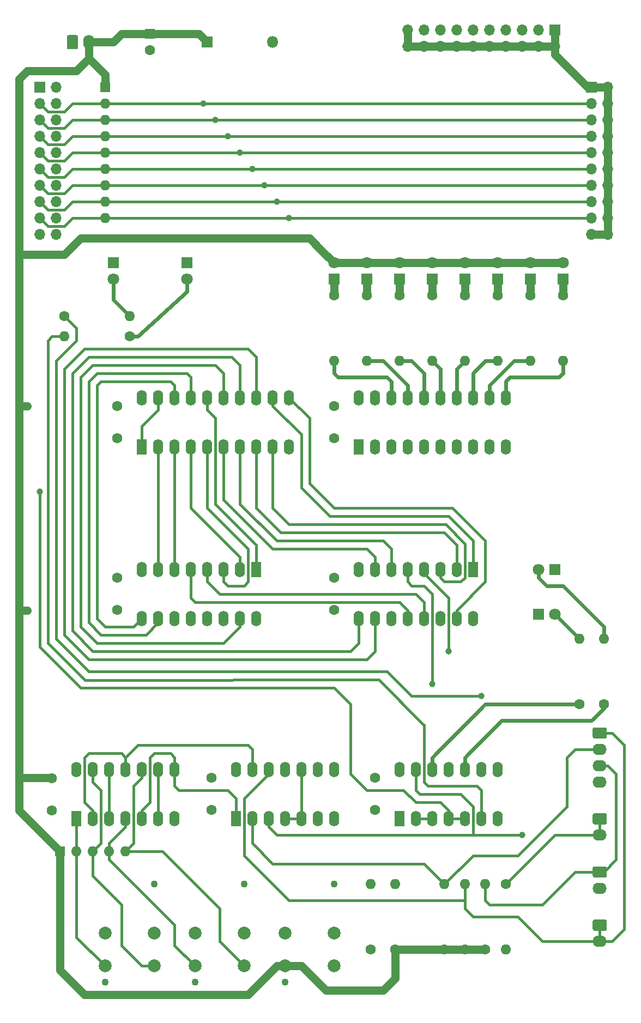
<source format=gbr>
G04 #@! TF.GenerationSoftware,KiCad,Pcbnew,(5.1.7)-1*
G04 #@! TF.CreationDate,2020-12-28T01:02:16+01:00*
G04 #@! TF.ProjectId,Akku,416b6b75-2e6b-4696-9361-645f70636258,rev?*
G04 #@! TF.SameCoordinates,Original*
G04 #@! TF.FileFunction,Copper,L1,Top*
G04 #@! TF.FilePolarity,Positive*
%FSLAX46Y46*%
G04 Gerber Fmt 4.6, Leading zero omitted, Abs format (unit mm)*
G04 Created by KiCad (PCBNEW (5.1.7)-1) date 2020-12-28 01:02:16*
%MOMM*%
%LPD*%
G01*
G04 APERTURE LIST*
G04 #@! TA.AperFunction,ComponentPad*
%ADD10O,1.600000X1.600000*%
G04 #@! TD*
G04 #@! TA.AperFunction,ComponentPad*
%ADD11R,1.600000X1.600000*%
G04 #@! TD*
G04 #@! TA.AperFunction,ComponentPad*
%ADD12O,2.190000X1.740000*%
G04 #@! TD*
G04 #@! TA.AperFunction,ComponentPad*
%ADD13O,1.800000X1.800000*%
G04 #@! TD*
G04 #@! TA.AperFunction,ComponentPad*
%ADD14R,1.800000X1.800000*%
G04 #@! TD*
G04 #@! TA.AperFunction,ComponentPad*
%ADD15C,1.600000*%
G04 #@! TD*
G04 #@! TA.AperFunction,ComponentPad*
%ADD16O,1.700000X1.700000*%
G04 #@! TD*
G04 #@! TA.AperFunction,ComponentPad*
%ADD17R,1.700000X1.700000*%
G04 #@! TD*
G04 #@! TA.AperFunction,ComponentPad*
%ADD18C,1.800000*%
G04 #@! TD*
G04 #@! TA.AperFunction,ComponentPad*
%ADD19O,1.740000X2.190000*%
G04 #@! TD*
G04 #@! TA.AperFunction,ComponentPad*
%ADD20C,2.000000*%
G04 #@! TD*
G04 #@! TA.AperFunction,ComponentPad*
%ADD21C,1.100000*%
G04 #@! TD*
G04 #@! TA.AperFunction,ComponentPad*
%ADD22O,1.600000X2.400000*%
G04 #@! TD*
G04 #@! TA.AperFunction,ComponentPad*
%ADD23R,1.600000X2.400000*%
G04 #@! TD*
G04 #@! TA.AperFunction,ViaPad*
%ADD24C,1.000000*%
G04 #@! TD*
G04 #@! TA.AperFunction,Conductor*
%ADD25C,1.250000*%
G04 #@! TD*
G04 #@! TA.AperFunction,Conductor*
%ADD26C,0.400000*%
G04 #@! TD*
G04 #@! TA.AperFunction,Conductor*
%ADD27C,0.600000*%
G04 #@! TD*
G04 APERTURE END LIST*
D10*
X62865000Y-81915000D03*
X62865000Y-79375000D03*
X62865000Y-76835000D03*
X62865000Y-74295000D03*
X62865000Y-71755000D03*
X62865000Y-69215000D03*
X62865000Y-66675000D03*
X62865000Y-64135000D03*
D11*
X62865000Y-61595000D03*
D12*
X139700000Y-186055000D03*
G04 #@! TA.AperFunction,ComponentPad*
G36*
G01*
X138854999Y-182645000D02*
X140545001Y-182645000D01*
G75*
G02*
X140795000Y-182894999I0J-249999D01*
G01*
X140795000Y-184135001D01*
G75*
G02*
X140545001Y-184385000I-249999J0D01*
G01*
X138854999Y-184385000D01*
G75*
G02*
X138605000Y-184135001I0J249999D01*
G01*
X138605000Y-182894999D01*
G75*
G02*
X138854999Y-182645000I249999J0D01*
G01*
G37*
G04 #@! TD.AperFunction*
X139700000Y-194310000D03*
G04 #@! TA.AperFunction,ComponentPad*
G36*
G01*
X138854999Y-190900000D02*
X140545001Y-190900000D01*
G75*
G02*
X140795000Y-191149999I0J-249999D01*
G01*
X140795000Y-192390001D01*
G75*
G02*
X140545001Y-192640000I-249999J0D01*
G01*
X138854999Y-192640000D01*
G75*
G02*
X138605000Y-192390001I0J249999D01*
G01*
X138605000Y-191149999D01*
G75*
G02*
X138854999Y-190900000I249999J0D01*
G01*
G37*
G04 #@! TD.AperFunction*
D13*
X88900000Y-54610000D03*
D14*
X78740000Y-54610000D03*
D15*
X104775000Y-168910000D03*
X104775000Y-173910000D03*
X54610000Y-168990000D03*
X54610000Y-173990000D03*
X64770000Y-111125000D03*
X64770000Y-116125000D03*
X98425000Y-137795000D03*
X98425000Y-142795000D03*
X64770000Y-142795000D03*
X64770000Y-137795000D03*
X98425000Y-111125000D03*
X98425000Y-116125000D03*
X69850000Y-55840000D03*
D11*
X69850000Y-53340000D03*
D15*
X79375000Y-168910000D03*
X79375000Y-173910000D03*
D16*
X55245000Y-84455000D03*
X52705000Y-84455000D03*
X55245000Y-81915000D03*
X52705000Y-81915000D03*
X55245000Y-79375000D03*
X52705000Y-79375000D03*
X55245000Y-76835000D03*
X52705000Y-76835000D03*
X55245000Y-74295000D03*
X52705000Y-74295000D03*
X55245000Y-71755000D03*
X52705000Y-71755000D03*
X55245000Y-69215000D03*
X52705000Y-69215000D03*
X55245000Y-66675000D03*
X52705000Y-66675000D03*
X55245000Y-64135000D03*
X52705000Y-64135000D03*
X55245000Y-61595000D03*
D17*
X52705000Y-61595000D03*
D16*
X109855000Y-55245000D03*
X109855000Y-52705000D03*
X112395000Y-55245000D03*
X112395000Y-52705000D03*
X114935000Y-55245000D03*
X114935000Y-52705000D03*
X117475000Y-55245000D03*
X117475000Y-52705000D03*
X120015000Y-55245000D03*
X120015000Y-52705000D03*
X122555000Y-55245000D03*
X122555000Y-52705000D03*
X125095000Y-55245000D03*
X125095000Y-52705000D03*
X127635000Y-55245000D03*
X127635000Y-52705000D03*
X130175000Y-55245000D03*
X130175000Y-52705000D03*
X132715000Y-55245000D03*
D17*
X132715000Y-52705000D03*
D16*
X140970000Y-84455000D03*
X138430000Y-84455000D03*
X140970000Y-81915000D03*
X138430000Y-81915000D03*
X140970000Y-79375000D03*
X138430000Y-79375000D03*
X140970000Y-76835000D03*
X138430000Y-76835000D03*
X140970000Y-74295000D03*
X138430000Y-74295000D03*
X140970000Y-71755000D03*
X138430000Y-71755000D03*
X140970000Y-69215000D03*
X138430000Y-69215000D03*
X140970000Y-66675000D03*
X138430000Y-66675000D03*
X140970000Y-64135000D03*
X138430000Y-64135000D03*
X140970000Y-61595000D03*
D17*
X138430000Y-61595000D03*
D10*
X133985000Y-104140000D03*
D15*
X133985000Y-93980000D03*
D10*
X128905000Y-104140000D03*
D15*
X128905000Y-93980000D03*
D10*
X123825000Y-104140000D03*
D15*
X123825000Y-93980000D03*
D10*
X118745000Y-104140000D03*
D15*
X118745000Y-93980000D03*
D10*
X113665000Y-104140000D03*
D15*
X113665000Y-93980000D03*
D10*
X108585000Y-104140000D03*
D15*
X108585000Y-93980000D03*
D10*
X103505000Y-104140000D03*
D15*
X103505000Y-93980000D03*
D10*
X66675000Y-97155000D03*
D15*
X56515000Y-97155000D03*
D10*
X98425000Y-104140000D03*
D15*
X98425000Y-93980000D03*
D10*
X125095000Y-195580000D03*
D15*
X125095000Y-185420000D03*
D10*
X140335000Y-147320000D03*
D15*
X140335000Y-157480000D03*
D10*
X136525000Y-147320000D03*
D15*
X136525000Y-157480000D03*
D10*
X56515000Y-100330000D03*
D15*
X66675000Y-100330000D03*
D10*
X104140000Y-185420000D03*
D15*
X104140000Y-195580000D03*
D10*
X107950000Y-185420000D03*
D15*
X107950000Y-195580000D03*
D18*
X133985000Y-88900000D03*
D14*
X133985000Y-91440000D03*
D18*
X128905000Y-88900000D03*
D14*
X128905000Y-91440000D03*
D18*
X123825000Y-88900000D03*
D14*
X123825000Y-91440000D03*
D18*
X118745000Y-88900000D03*
D14*
X118745000Y-91440000D03*
D18*
X113665000Y-88900000D03*
D14*
X113665000Y-91440000D03*
D18*
X64135000Y-91440000D03*
D14*
X64135000Y-88900000D03*
D18*
X108585000Y-88900000D03*
D14*
X108585000Y-91440000D03*
D18*
X103505000Y-88900000D03*
D14*
X103505000Y-91440000D03*
D18*
X98425000Y-88900000D03*
D14*
X98425000Y-91440000D03*
X132715000Y-136525000D03*
D18*
X130175000Y-136525000D03*
D14*
X130175000Y-143510000D03*
D18*
X132715000Y-143510000D03*
X75565000Y-91440000D03*
D14*
X75565000Y-88900000D03*
D12*
X139700000Y-177800000D03*
G04 #@! TA.AperFunction,ComponentPad*
G36*
G01*
X138854999Y-174390000D02*
X140545001Y-174390000D01*
G75*
G02*
X140795000Y-174639999I0J-249999D01*
G01*
X140795000Y-175880001D01*
G75*
G02*
X140545001Y-176130000I-249999J0D01*
G01*
X138854999Y-176130000D01*
G75*
G02*
X138605000Y-175880001I0J249999D01*
G01*
X138605000Y-174639999D01*
G75*
G02*
X138854999Y-174390000I249999J0D01*
G01*
G37*
G04 #@! TD.AperFunction*
X139700000Y-169545000D03*
X139700000Y-167005000D03*
X139700000Y-164465000D03*
G04 #@! TA.AperFunction,ComponentPad*
G36*
G01*
X138854999Y-161055000D02*
X140545001Y-161055000D01*
G75*
G02*
X140795000Y-161304999I0J-249999D01*
G01*
X140795000Y-162545001D01*
G75*
G02*
X140545001Y-162795000I-249999J0D01*
G01*
X138854999Y-162795000D01*
G75*
G02*
X138605000Y-162545001I0J249999D01*
G01*
X138605000Y-161304999D01*
G75*
G02*
X138854999Y-161055000I249999J0D01*
G01*
G37*
G04 #@! TD.AperFunction*
D19*
X60325000Y-54610000D03*
G04 #@! TA.AperFunction,ComponentPad*
G36*
G01*
X56915000Y-55455001D02*
X56915000Y-53764999D01*
G75*
G02*
X57164999Y-53515000I249999J0D01*
G01*
X58405001Y-53515000D01*
G75*
G02*
X58655000Y-53764999I0J-249999D01*
G01*
X58655000Y-55455001D01*
G75*
G02*
X58405001Y-55705000I-249999J0D01*
G01*
X57164999Y-55705000D01*
G75*
G02*
X56915000Y-55455001I0J249999D01*
G01*
G37*
G04 #@! TD.AperFunction*
D20*
X76835000Y-198120000D03*
X76835000Y-193040000D03*
X84455000Y-198120000D03*
D21*
X84455000Y-185420000D03*
X76835000Y-200660000D03*
D20*
X84455000Y-193040000D03*
X62865000Y-198120000D03*
X62865000Y-193040000D03*
X70485000Y-198120000D03*
D21*
X70485000Y-185420000D03*
X62865000Y-200660000D03*
D20*
X70485000Y-193040000D03*
X90805000Y-198120000D03*
X90805000Y-193040000D03*
X98425000Y-198120000D03*
D21*
X98425000Y-185420000D03*
X90805000Y-200660000D03*
D20*
X98425000Y-193040000D03*
D10*
X115570000Y-185420000D03*
D15*
X115570000Y-195580000D03*
D10*
X121920000Y-185420000D03*
D15*
X121920000Y-195580000D03*
D10*
X118745000Y-185420000D03*
D15*
X118745000Y-195580000D03*
D22*
X102235000Y-109855000D03*
X125095000Y-117475000D03*
X104775000Y-109855000D03*
X122555000Y-117475000D03*
X107315000Y-109855000D03*
X120015000Y-117475000D03*
X109855000Y-109855000D03*
X117475000Y-117475000D03*
X112395000Y-109855000D03*
X114935000Y-117475000D03*
X114935000Y-109855000D03*
X112395000Y-117475000D03*
X117475000Y-109855000D03*
X109855000Y-117475000D03*
X120015000Y-109855000D03*
X107315000Y-117475000D03*
X122555000Y-109855000D03*
X104775000Y-117475000D03*
X125095000Y-109855000D03*
D23*
X102235000Y-117475000D03*
X120015000Y-136525000D03*
D22*
X102235000Y-144145000D03*
X117475000Y-136525000D03*
X104775000Y-144145000D03*
X114935000Y-136525000D03*
X107315000Y-144145000D03*
X112395000Y-136525000D03*
X109855000Y-144145000D03*
X109855000Y-136525000D03*
X112395000Y-144145000D03*
X107315000Y-136525000D03*
X114935000Y-144145000D03*
X104775000Y-136525000D03*
X117475000Y-144145000D03*
X102235000Y-136525000D03*
X120015000Y-144145000D03*
X68580000Y-109855000D03*
X91440000Y-117475000D03*
X71120000Y-109855000D03*
X88900000Y-117475000D03*
X73660000Y-109855000D03*
X86360000Y-117475000D03*
X76200000Y-109855000D03*
X83820000Y-117475000D03*
X78740000Y-109855000D03*
X81280000Y-117475000D03*
X81280000Y-109855000D03*
X78740000Y-117475000D03*
X83820000Y-109855000D03*
X76200000Y-117475000D03*
X86360000Y-109855000D03*
X73660000Y-117475000D03*
X88900000Y-109855000D03*
X71120000Y-117475000D03*
X91440000Y-109855000D03*
D23*
X68580000Y-117475000D03*
D22*
X86360000Y-144145000D03*
X68580000Y-136525000D03*
X83820000Y-144145000D03*
X71120000Y-136525000D03*
X81280000Y-144145000D03*
X73660000Y-136525000D03*
X78740000Y-144145000D03*
X76200000Y-136525000D03*
X76200000Y-144145000D03*
X78740000Y-136525000D03*
X73660000Y-144145000D03*
X81280000Y-136525000D03*
X71120000Y-144145000D03*
X83820000Y-136525000D03*
X68580000Y-144145000D03*
D23*
X86360000Y-136525000D03*
D22*
X83185000Y-167640000D03*
X98425000Y-175260000D03*
X85725000Y-167640000D03*
X95885000Y-175260000D03*
X88265000Y-167640000D03*
X93345000Y-175260000D03*
X90805000Y-167640000D03*
X90805000Y-175260000D03*
X93345000Y-167640000D03*
X88265000Y-175260000D03*
X95885000Y-167640000D03*
X85725000Y-175260000D03*
X98425000Y-167640000D03*
D23*
X83185000Y-175260000D03*
D22*
X58420000Y-167640000D03*
X73660000Y-175260000D03*
X60960000Y-167640000D03*
X71120000Y-175260000D03*
X63500000Y-167640000D03*
X68580000Y-175260000D03*
X66040000Y-167640000D03*
X66040000Y-175260000D03*
X68580000Y-167640000D03*
X63500000Y-175260000D03*
X71120000Y-167640000D03*
X60960000Y-175260000D03*
X73660000Y-167640000D03*
D23*
X58420000Y-175260000D03*
D22*
X108585000Y-167640000D03*
X123825000Y-175260000D03*
X111125000Y-167640000D03*
X121285000Y-175260000D03*
X113665000Y-167640000D03*
X118745000Y-175260000D03*
X116205000Y-167640000D03*
X116205000Y-175260000D03*
X118745000Y-167640000D03*
X113665000Y-175260000D03*
X121285000Y-167640000D03*
X111125000Y-175260000D03*
X123825000Y-167640000D03*
D23*
X108585000Y-175260000D03*
D11*
X55880000Y-180340000D03*
D10*
X58420000Y-180340000D03*
X60960000Y-180340000D03*
X63500000Y-180340000D03*
X66040000Y-180340000D03*
D24*
X50800000Y-142875000D03*
X50800000Y-111125000D03*
X121285000Y-156210000D03*
X91440000Y-81915000D03*
X89535000Y-79375000D03*
X87630000Y-76835000D03*
X85725000Y-74295000D03*
X83820000Y-71755000D03*
X81915000Y-69215000D03*
X80010000Y-66675000D03*
X78105000Y-64135000D03*
X116205000Y-149225000D03*
X127635000Y-177800000D03*
X113665000Y-154305000D03*
X52705000Y-124460000D03*
D25*
X98425000Y-91440000D02*
X98425000Y-93980000D01*
X60325000Y-56955000D02*
X60325000Y-54610000D01*
X60325000Y-57150000D02*
X60325000Y-56955000D01*
X50800000Y-59055000D02*
X49530000Y-60325000D01*
X58420000Y-59055000D02*
X50800000Y-59055000D01*
X60325000Y-57150000D02*
X58420000Y-59055000D01*
X54530000Y-168910000D02*
X54610000Y-168990000D01*
X49530000Y-168910000D02*
X54530000Y-168910000D01*
X49530000Y-111125000D02*
X49530000Y-142875000D01*
X49530000Y-173990000D02*
X55880000Y-180340000D01*
X49530000Y-168910000D02*
X49530000Y-173990000D01*
X90805000Y-198120000D02*
X93345000Y-198120000D01*
X93345000Y-198120000D02*
X97155000Y-201930000D01*
X97155000Y-201930000D02*
X106045000Y-201930000D01*
X107950000Y-200025000D02*
X107950000Y-195580000D01*
X106045000Y-201930000D02*
X107950000Y-200025000D01*
X107950000Y-195580000D02*
X121920000Y-195580000D01*
X49530000Y-142875000D02*
X49530000Y-168910000D01*
D26*
X93345000Y-167640000D02*
X93345000Y-175260000D01*
X93345000Y-175260000D02*
X90805000Y-175260000D01*
D25*
X60325000Y-54610000D02*
X64135000Y-54610000D01*
X65405000Y-53340000D02*
X69850000Y-53340000D01*
X64135000Y-54610000D02*
X65405000Y-53340000D01*
X77470000Y-53340000D02*
X78740000Y-54610000D01*
X69850000Y-53340000D02*
X77470000Y-53340000D01*
X133985000Y-88900000D02*
X98425000Y-88900000D01*
X89535000Y-198120000D02*
X90805000Y-198120000D01*
X85090000Y-202565000D02*
X89535000Y-198120000D01*
X59690000Y-202565000D02*
X85090000Y-202565000D01*
X55880000Y-198755000D02*
X59690000Y-202565000D01*
X55880000Y-180340000D02*
X55880000Y-198755000D01*
X96520000Y-86995000D02*
X98425000Y-88900000D01*
X49530000Y-60325000D02*
X49530000Y-86995000D01*
X49530000Y-87630000D02*
X56515000Y-87630000D01*
X49530000Y-86995000D02*
X49530000Y-87630000D01*
X49530000Y-87630000D02*
X49530000Y-111125000D01*
X56515000Y-87630000D02*
X59055000Y-85090000D01*
X94615000Y-85090000D02*
X96520000Y-86995000D01*
X59055000Y-85090000D02*
X94615000Y-85090000D01*
X62865000Y-59690000D02*
X60325000Y-57150000D01*
X62865000Y-61595000D02*
X62865000Y-59690000D01*
X50800000Y-142875000D02*
X49530000Y-142875000D01*
X49530000Y-111125000D02*
X50800000Y-111125000D01*
X103505000Y-93980000D02*
X103505000Y-91440000D01*
X108585000Y-91440000D02*
X108585000Y-93980000D01*
X113665000Y-93980000D02*
X113665000Y-91440000D01*
X118745000Y-91440000D02*
X118745000Y-93980000D01*
X123825000Y-93980000D02*
X123825000Y-91440000D01*
X128905000Y-91440000D02*
X128905000Y-93980000D01*
X133985000Y-91440000D02*
X133985000Y-93980000D01*
X138430000Y-84455000D02*
X140970000Y-84455000D01*
X140970000Y-84455000D02*
X140970000Y-61595000D01*
X140970000Y-61595000D02*
X138430000Y-61595000D01*
X138430000Y-61595000D02*
X137795000Y-61595000D01*
X132715000Y-56515000D02*
X132715000Y-55245000D01*
X137795000Y-61595000D02*
X132715000Y-56515000D01*
X132715000Y-52705000D02*
X132715000Y-55245000D01*
X132715000Y-55245000D02*
X109855000Y-55245000D01*
X109855000Y-55245000D02*
X109855000Y-52705000D01*
D27*
X136525000Y-157480000D02*
X121920000Y-157480000D01*
X113665000Y-165735000D02*
X113665000Y-167640000D01*
X121920000Y-157480000D02*
X113665000Y-165735000D01*
X75565000Y-93345000D02*
X75565000Y-91440000D01*
X67945000Y-100330000D02*
X75565000Y-93345000D01*
X66675000Y-100330000D02*
X67945000Y-100330000D01*
D26*
X140335000Y-157480000D02*
X140335000Y-158115000D01*
D27*
X140335000Y-158115000D02*
X138430000Y-160020000D01*
X138430000Y-160020000D02*
X124460000Y-160020000D01*
X118745000Y-165735000D02*
X118745000Y-167640000D01*
X124460000Y-160020000D02*
X118745000Y-165735000D01*
X136525000Y-147320000D02*
X132715000Y-143510000D01*
X98425000Y-106045000D02*
X98425000Y-104140000D01*
X99060000Y-106680000D02*
X98425000Y-106045000D01*
X106680000Y-106680000D02*
X99060000Y-106680000D01*
X107315000Y-107315000D02*
X106680000Y-106680000D01*
X107315000Y-109855000D02*
X107315000Y-107315000D01*
D26*
X121285000Y-156210000D02*
X110490000Y-156210000D01*
X55245000Y-147320000D02*
X55245000Y-104140000D01*
X110490000Y-156210000D02*
X106680000Y-152400000D01*
X106680000Y-152400000D02*
X60325000Y-152400000D01*
X58420000Y-100965000D02*
X58420000Y-99060000D01*
X60325000Y-152400000D02*
X55245000Y-147320000D01*
X58420000Y-99060000D02*
X56515000Y-97155000D01*
X55245000Y-104140000D02*
X58420000Y-100965000D01*
D27*
X64135000Y-94615000D02*
X66675000Y-97155000D01*
X64135000Y-91440000D02*
X64135000Y-94615000D01*
X106045000Y-104140000D02*
X103505000Y-104140000D01*
X109855000Y-107950000D02*
X106045000Y-104140000D01*
X109855000Y-109855000D02*
X109855000Y-107950000D01*
X110490000Y-104140000D02*
X108585000Y-104140000D01*
X112395000Y-106045000D02*
X110490000Y-104140000D01*
X112395000Y-109855000D02*
X112395000Y-106045000D01*
X114935000Y-105410000D02*
X113665000Y-104140000D01*
X114935000Y-109855000D02*
X114935000Y-105410000D01*
X117475000Y-105410000D02*
X118745000Y-104140000D01*
X117475000Y-109855000D02*
X117475000Y-105410000D01*
X121920000Y-104140000D02*
X123825000Y-104140000D01*
X120015000Y-106045000D02*
X121920000Y-104140000D01*
X120015000Y-109855000D02*
X120015000Y-106045000D01*
X122555000Y-109855000D02*
X122555000Y-107950000D01*
X122555000Y-107950000D02*
X126365000Y-104140000D01*
X126365000Y-104140000D02*
X128905000Y-104140000D01*
X125095000Y-109855000D02*
X125095000Y-107315000D01*
X125095000Y-107315000D02*
X125730000Y-106680000D01*
X125730000Y-106680000D02*
X133350000Y-106680000D01*
X133350000Y-106680000D02*
X133985000Y-106045000D01*
X133985000Y-106045000D02*
X133985000Y-104140000D01*
D26*
X111125000Y-175260000D02*
X113665000Y-175260000D01*
X60960000Y-175260000D02*
X60960000Y-173990000D01*
X60960000Y-173990000D02*
X59690000Y-172720000D01*
X59690000Y-172720000D02*
X59690000Y-165735000D01*
X59690000Y-165735000D02*
X60325000Y-165100000D01*
X60325000Y-165100000D02*
X65405000Y-165100000D01*
X65405000Y-165100000D02*
X66040000Y-165735000D01*
X66040000Y-165735000D02*
X66040000Y-167640000D01*
X66040000Y-165735000D02*
X67945000Y-163830000D01*
X67945000Y-163830000D02*
X85090000Y-163830000D01*
X85090000Y-163830000D02*
X85725000Y-164465000D01*
X85725000Y-164465000D02*
X85725000Y-167640000D01*
D27*
X131445000Y-139065000D02*
X130175000Y-137795000D01*
X130175000Y-137795000D02*
X130175000Y-136525000D01*
X133985000Y-139065000D02*
X131445000Y-139065000D01*
X140335000Y-145415000D02*
X133985000Y-139065000D01*
X140335000Y-147320000D02*
X140335000Y-145415000D01*
D26*
X60960000Y-169545000D02*
X60960000Y-167640000D01*
X62230000Y-170815000D02*
X60960000Y-169545000D01*
X62230000Y-179070000D02*
X62230000Y-170815000D01*
X60960000Y-180340000D02*
X62230000Y-179070000D01*
X70485000Y-198120000D02*
X68580000Y-198120000D01*
X68580000Y-198120000D02*
X65405000Y-194945000D01*
X65405000Y-194945000D02*
X65405000Y-188595000D01*
X60960000Y-184150000D02*
X60960000Y-180340000D01*
X65405000Y-188595000D02*
X60960000Y-184150000D01*
X58420000Y-180340000D02*
X58420000Y-175260000D01*
X62865000Y-198120000D02*
X58420000Y-193675000D01*
X58420000Y-193675000D02*
X58420000Y-180340000D01*
X63500000Y-180340000D02*
X63500000Y-179070000D01*
X63500000Y-179070000D02*
X66040000Y-176530000D01*
X66040000Y-176530000D02*
X66040000Y-175260000D01*
X76835000Y-198120000D02*
X73660000Y-194945000D01*
X63500000Y-180340000D02*
X63500000Y-181610000D01*
X63500000Y-181610000D02*
X73660000Y-191770000D01*
X73660000Y-191770000D02*
X73660000Y-194945000D01*
X68580000Y-168910000D02*
X68580000Y-167640000D01*
X67310000Y-170180000D02*
X68580000Y-168910000D01*
X67310000Y-179070000D02*
X67310000Y-170180000D01*
X66040000Y-180340000D02*
X67310000Y-179070000D01*
X71755000Y-180340000D02*
X66040000Y-180340000D01*
X80645000Y-189230000D02*
X71755000Y-180340000D01*
X80645000Y-194310000D02*
X80645000Y-189230000D01*
X84455000Y-198120000D02*
X80645000Y-194310000D01*
X71120000Y-175260000D02*
X71120000Y-167640000D01*
X63500000Y-175260000D02*
X63500000Y-167640000D01*
X68580000Y-175260000D02*
X68580000Y-173990000D01*
X68580000Y-173990000D02*
X69850000Y-172720000D01*
X69850000Y-172720000D02*
X69850000Y-165735000D01*
X69850000Y-165735000D02*
X70485000Y-165100000D01*
X70485000Y-165100000D02*
X73025000Y-165100000D01*
X73025000Y-165100000D02*
X73660000Y-165735000D01*
X73660000Y-165735000D02*
X73660000Y-167640000D01*
X73660000Y-167640000D02*
X73660000Y-170180000D01*
X73660000Y-170180000D02*
X74295000Y-170815000D01*
X74295000Y-170815000D02*
X81915000Y-170815000D01*
X83185000Y-172085000D02*
X83185000Y-175260000D01*
X81915000Y-170815000D02*
X83185000Y-172085000D01*
X53975000Y-100965000D02*
X54610000Y-100330000D01*
X54610000Y-100330000D02*
X56515000Y-100330000D01*
X53975000Y-147955000D02*
X53975000Y-100965000D01*
X121285000Y-175260000D02*
X121285000Y-170815000D01*
X113030000Y-170180000D02*
X112395000Y-169545000D01*
X121285000Y-170815000D02*
X120650000Y-170180000D01*
X120650000Y-170180000D02*
X113030000Y-170180000D01*
X112395000Y-169545000D02*
X112395000Y-160655000D01*
X112395000Y-160655000D02*
X112360010Y-160655000D01*
X112360010Y-160655000D02*
X105375010Y-153670000D01*
X105375010Y-153670000D02*
X59724990Y-153704990D01*
X59724990Y-153704990D02*
X53975000Y-147955000D01*
X82550000Y-81915000D02*
X57785000Y-81915000D01*
X57785000Y-81915000D02*
X56515000Y-83185000D01*
X53975000Y-83185000D02*
X52705000Y-81915000D01*
X56515000Y-83185000D02*
X53975000Y-83185000D01*
X91440000Y-81915000D02*
X138430000Y-81915000D01*
X82550000Y-81915000D02*
X91440000Y-81915000D01*
X94615000Y-113030000D02*
X91440000Y-109855000D01*
X94615000Y-123190000D02*
X94615000Y-113030000D01*
X98425000Y-127000000D02*
X94615000Y-123190000D01*
X116840000Y-127000000D02*
X98425000Y-127000000D01*
X121920000Y-132080000D02*
X116840000Y-127000000D01*
X121920000Y-138430000D02*
X121920000Y-132080000D01*
X117475000Y-142875000D02*
X121920000Y-138430000D01*
X117475000Y-144145000D02*
X117475000Y-142875000D01*
X82550000Y-79375000D02*
X57785000Y-79375000D01*
X57785000Y-79375000D02*
X56515000Y-80645000D01*
X56515000Y-80645000D02*
X53975000Y-80645000D01*
X53975000Y-80645000D02*
X52705000Y-79375000D01*
X88900000Y-79375000D02*
X138430000Y-79375000D01*
X82550000Y-79375000D02*
X88900000Y-79375000D01*
X120015000Y-136525000D02*
X120015000Y-132080000D01*
X120015000Y-132080000D02*
X116205000Y-128270000D01*
X116205000Y-128270000D02*
X97790000Y-128270000D01*
X97790000Y-128270000D02*
X93345000Y-123825000D01*
X93345000Y-123825000D02*
X93345000Y-115570000D01*
X88900000Y-111125000D02*
X88900000Y-109855000D01*
X93345000Y-115570000D02*
X88900000Y-111125000D01*
X82550000Y-76835000D02*
X57785000Y-76835000D01*
X57785000Y-76835000D02*
X56515000Y-78105000D01*
X56515000Y-78105000D02*
X53975000Y-78105000D01*
X53975000Y-78105000D02*
X52705000Y-76835000D01*
X86360000Y-76835000D02*
X138430000Y-76835000D01*
X82550000Y-76835000D02*
X86360000Y-76835000D01*
X86360000Y-103505000D02*
X86360000Y-109855000D01*
X85090000Y-102235000D02*
X86360000Y-103505000D01*
X59690000Y-102235000D02*
X85090000Y-102235000D01*
X56515000Y-105410000D02*
X59690000Y-102235000D01*
X56515000Y-146685000D02*
X56515000Y-105410000D01*
X60325000Y-150495000D02*
X56515000Y-146685000D01*
X103505000Y-150495000D02*
X60325000Y-150495000D01*
X104775000Y-149225000D02*
X103505000Y-150495000D01*
X104775000Y-144145000D02*
X104775000Y-149225000D01*
X82550000Y-74295000D02*
X57785000Y-74295000D01*
X57785000Y-74295000D02*
X56515000Y-75565000D01*
X56515000Y-75565000D02*
X53975000Y-75565000D01*
X53975000Y-75565000D02*
X52705000Y-74295000D01*
X82550000Y-74295000D02*
X138430000Y-74295000D01*
X83820000Y-104775000D02*
X83820000Y-109855000D01*
X82550000Y-103505000D02*
X83820000Y-104775000D01*
X57785000Y-146050000D02*
X57785000Y-106045000D01*
X57785000Y-106045000D02*
X60325000Y-103505000D01*
X60960000Y-149225000D02*
X57785000Y-146050000D01*
X100965000Y-149225000D02*
X60960000Y-149225000D01*
X60325000Y-103505000D02*
X82550000Y-103505000D01*
X102235000Y-147955000D02*
X100965000Y-149225000D01*
X102235000Y-144145000D02*
X102235000Y-147955000D01*
X57785000Y-71755000D02*
X56515000Y-73025000D01*
X56515000Y-73025000D02*
X53975000Y-73025000D01*
X53975000Y-73025000D02*
X52705000Y-71755000D01*
X82550000Y-71755000D02*
X138430000Y-71755000D01*
X81280000Y-71755000D02*
X57785000Y-71755000D01*
X82550000Y-71755000D02*
X81280000Y-71755000D01*
X81280000Y-106045000D02*
X81280000Y-109855000D01*
X80010000Y-104775000D02*
X81280000Y-106045000D01*
X61595000Y-147955000D02*
X59055000Y-145415000D01*
X59055000Y-145415000D02*
X59055000Y-106680000D01*
X81280000Y-147955000D02*
X61595000Y-147955000D01*
X83820000Y-145415000D02*
X81280000Y-147955000D01*
X60960000Y-104775000D02*
X80010000Y-104775000D01*
X59055000Y-106680000D02*
X60960000Y-104775000D01*
X83820000Y-144145000D02*
X83820000Y-145415000D01*
X57785000Y-69215000D02*
X56515000Y-70485000D01*
X56515000Y-70485000D02*
X53975000Y-70485000D01*
X53975000Y-70485000D02*
X52705000Y-69215000D01*
X82550000Y-69215000D02*
X138430000Y-69215000D01*
X78740000Y-69215000D02*
X57785000Y-69215000D01*
X82550000Y-69215000D02*
X78740000Y-69215000D01*
X78740000Y-111760000D02*
X78740000Y-109855000D01*
X80010000Y-113030000D02*
X78740000Y-111760000D01*
X80010000Y-126365000D02*
X80010000Y-113030000D01*
X86360000Y-132715000D02*
X80010000Y-126365000D01*
X86360000Y-136525000D02*
X86360000Y-132715000D01*
X82550000Y-66675000D02*
X57785000Y-66675000D01*
X57785000Y-66675000D02*
X56515000Y-67945000D01*
X56515000Y-67945000D02*
X53975000Y-67945000D01*
X53975000Y-67945000D02*
X52705000Y-66675000D01*
X138430000Y-66675000D02*
X82550000Y-66675000D01*
X76200000Y-106680000D02*
X76200000Y-109855000D01*
X75565000Y-106045000D02*
X76200000Y-106680000D01*
X61595000Y-106045000D02*
X75565000Y-106045000D01*
X60325000Y-107315000D02*
X61595000Y-106045000D01*
X62230000Y-146685000D02*
X60325000Y-144780000D01*
X60325000Y-144780000D02*
X60325000Y-107315000D01*
X69215000Y-146685000D02*
X62230000Y-146685000D01*
X71120000Y-144780000D02*
X69215000Y-146685000D01*
X71120000Y-144145000D02*
X71120000Y-144780000D01*
X53975000Y-65405000D02*
X52705000Y-64135000D01*
X56515000Y-65405000D02*
X53975000Y-65405000D01*
X57785000Y-64135000D02*
X56515000Y-65405000D01*
X138310002Y-64135000D02*
X138430000Y-64135000D01*
X82550000Y-64135000D02*
X138310002Y-64135000D01*
X73660000Y-64135000D02*
X57785000Y-64135000D01*
X82550000Y-64135000D02*
X73660000Y-64135000D01*
X73660000Y-107950000D02*
X73660000Y-109855000D01*
X73025000Y-107315000D02*
X73660000Y-107950000D01*
X61595000Y-144145000D02*
X61595000Y-107950000D01*
X61595000Y-107950000D02*
X62230000Y-107315000D01*
X62865000Y-145415000D02*
X61595000Y-144145000D01*
X67310000Y-145415000D02*
X62865000Y-145415000D01*
X62230000Y-107315000D02*
X73025000Y-107315000D01*
X68580000Y-144145000D02*
X67310000Y-145415000D01*
X88900000Y-133350000D02*
X103505000Y-133350000D01*
X81280000Y-125730000D02*
X88900000Y-133350000D01*
X104775000Y-134620000D02*
X104775000Y-136525000D01*
X103505000Y-133350000D02*
X104775000Y-134620000D01*
X81280000Y-117475000D02*
X81280000Y-125730000D01*
X107315000Y-133350000D02*
X107315000Y-136525000D01*
X106045000Y-132080000D02*
X107315000Y-133350000D01*
X89535000Y-132080000D02*
X106045000Y-132080000D01*
X83820000Y-126365000D02*
X89535000Y-132080000D01*
X83820000Y-117475000D02*
X83820000Y-126365000D01*
X117475000Y-132715000D02*
X117475000Y-136525000D01*
X115570000Y-130810000D02*
X117475000Y-132715000D01*
X86360000Y-127000000D02*
X90170000Y-130810000D01*
X90170000Y-130810000D02*
X115570000Y-130810000D01*
X86360000Y-117475000D02*
X86360000Y-127000000D01*
X114935000Y-137160000D02*
X114935000Y-136525000D01*
X88900000Y-127000000D02*
X88900000Y-117475000D01*
X91440000Y-129540000D02*
X88900000Y-127000000D01*
X115750002Y-129540000D02*
X91440000Y-129540000D01*
X118745000Y-132534998D02*
X115750002Y-129540000D01*
X118745000Y-137795000D02*
X118745000Y-132534998D01*
X115570000Y-138430000D02*
X118110000Y-138430000D01*
X118110000Y-138430000D02*
X118745000Y-137795000D01*
X114935000Y-137795000D02*
X115570000Y-138430000D01*
X114935000Y-136525000D02*
X114935000Y-137795000D01*
X83820000Y-134620000D02*
X83820000Y-136525000D01*
X76200000Y-127000000D02*
X83820000Y-134620000D01*
X76200000Y-117475000D02*
X76200000Y-127000000D01*
X81280000Y-138430000D02*
X81280000Y-136525000D01*
X84455000Y-139065000D02*
X81915000Y-139065000D01*
X81915000Y-139065000D02*
X81280000Y-138430000D01*
X85090000Y-138430000D02*
X84455000Y-139065000D01*
X85090000Y-133350000D02*
X85090000Y-138430000D01*
X78740000Y-127000000D02*
X85090000Y-133350000D01*
X78740000Y-117475000D02*
X78740000Y-127000000D01*
X73660000Y-136525000D02*
X73660000Y-117475000D01*
X71120000Y-136525000D02*
X71120000Y-117475000D01*
X88265000Y-176530000D02*
X88265000Y-175260000D01*
X89535000Y-177800000D02*
X88265000Y-176530000D01*
X120015000Y-177800000D02*
X89535000Y-177800000D01*
X120015000Y-173355000D02*
X120015000Y-177800000D01*
X118110000Y-171450000D02*
X120015000Y-173355000D01*
X111760000Y-171450000D02*
X118110000Y-171450000D01*
X111125000Y-170815000D02*
X111760000Y-171450000D01*
X111125000Y-167640000D02*
X111125000Y-170815000D01*
X120015000Y-177800000D02*
X127635000Y-177800000D01*
X116205000Y-146050000D02*
X116205000Y-149225000D01*
X116205000Y-140970000D02*
X116205000Y-146050000D01*
X112395000Y-137160000D02*
X116205000Y-140970000D01*
X112395000Y-136525000D02*
X112395000Y-137160000D01*
X109855000Y-138430000D02*
X109855000Y-136525000D01*
X110490000Y-139065000D02*
X109855000Y-138430000D01*
X112395000Y-139065000D02*
X110490000Y-139065000D01*
X113665000Y-140335000D02*
X112395000Y-139065000D01*
X113665000Y-154305000D02*
X113665000Y-140335000D01*
X139700000Y-177800000D02*
X139700000Y-175260000D01*
X132715000Y-177800000D02*
X125095000Y-185420000D01*
X139700000Y-177800000D02*
X132715000Y-177800000D01*
X78740000Y-136525000D02*
X78740000Y-138430000D01*
X78740000Y-138430000D02*
X80645000Y-140335000D01*
X80645000Y-140335000D02*
X111125000Y-140335000D01*
X112395000Y-141605000D02*
X112395000Y-144145000D01*
X111125000Y-140335000D02*
X112395000Y-141605000D01*
X109855000Y-142875000D02*
X109855000Y-144145000D01*
X108574999Y-141594999D02*
X109855000Y-142875000D01*
X97848999Y-141594999D02*
X108574999Y-141594999D01*
X97838998Y-141605000D02*
X97848999Y-141594999D01*
X76835000Y-141605000D02*
X97838998Y-141605000D01*
X76200000Y-140970000D02*
X76835000Y-141605000D01*
X76200000Y-136525000D02*
X76200000Y-140970000D01*
X85725000Y-179070000D02*
X85725000Y-175260000D01*
X88900000Y-182245000D02*
X85725000Y-179070000D01*
X112395000Y-182245000D02*
X88900000Y-182245000D01*
X115570000Y-185420000D02*
X112395000Y-182245000D01*
X120015000Y-180975000D02*
X115570000Y-185420000D01*
X127000000Y-180975000D02*
X120015000Y-180975000D01*
X139700000Y-164465000D02*
X139065000Y-164465000D01*
X127000000Y-180975000D02*
X134620000Y-173355000D01*
X134620000Y-173355000D02*
X134620000Y-165735000D01*
X134620000Y-165735000D02*
X135890000Y-164465000D01*
X135890000Y-164465000D02*
X139700000Y-164465000D01*
X139700000Y-194310000D02*
X141605000Y-194310000D01*
X141605000Y-194310000D02*
X143510000Y-192405000D01*
X143510000Y-192405000D02*
X143510000Y-163830000D01*
X143510000Y-163830000D02*
X141605000Y-161925000D01*
X141605000Y-161925000D02*
X139700000Y-161925000D01*
X139700000Y-194310000D02*
X130810000Y-194310000D01*
X130810000Y-194310000D02*
X127000000Y-190500000D01*
X127000000Y-190500000D02*
X120015000Y-190500000D01*
X120015000Y-190500000D02*
X118745000Y-189230000D01*
X118745000Y-189230000D02*
X118745000Y-187960000D01*
X118745000Y-187960000D02*
X118745000Y-185420000D01*
X88265000Y-168275000D02*
X88265000Y-167640000D01*
X84455000Y-172085000D02*
X88265000Y-168275000D01*
X84455000Y-180975000D02*
X84455000Y-172085000D01*
X91440000Y-187960000D02*
X84455000Y-180975000D01*
X118745000Y-187960000D02*
X91440000Y-187960000D01*
X139700000Y-194310000D02*
X139700000Y-191770000D01*
X71120000Y-109855000D02*
X71120000Y-111760000D01*
X68580000Y-114300000D02*
X68580000Y-117475000D01*
X71120000Y-111760000D02*
X68580000Y-114300000D01*
X118745000Y-175260000D02*
X116205000Y-175260000D01*
X52705000Y-148590000D02*
X52705000Y-140335000D01*
X59055000Y-154940000D02*
X52705000Y-148590000D01*
X98425000Y-154940000D02*
X59055000Y-154940000D01*
X100965000Y-157480000D02*
X98425000Y-154940000D01*
X52705000Y-140335000D02*
X52705000Y-124460000D01*
X100965000Y-168275000D02*
X100965000Y-157480000D01*
X109220000Y-170815000D02*
X103505000Y-170815000D01*
X114935000Y-172720000D02*
X111125000Y-172720000D01*
X116205000Y-173990000D02*
X114935000Y-172720000D01*
X103505000Y-170815000D02*
X100965000Y-168275000D01*
X111125000Y-172720000D02*
X109220000Y-170815000D01*
X116205000Y-175260000D02*
X116205000Y-173990000D01*
X139700000Y-183515000D02*
X140335000Y-183515000D01*
X140335000Y-183515000D02*
X142240000Y-181610000D01*
X142240000Y-181610000D02*
X142240000Y-168275000D01*
X142240000Y-168275000D02*
X140970000Y-167005000D01*
X140970000Y-167005000D02*
X139700000Y-167005000D01*
X139700000Y-183515000D02*
X135890000Y-183515000D01*
X135890000Y-183515000D02*
X130810000Y-188595000D01*
X130810000Y-188595000D02*
X122555000Y-188595000D01*
X121920000Y-187960000D02*
X121920000Y-185420000D01*
X122555000Y-188595000D02*
X121920000Y-187960000D01*
M02*

</source>
